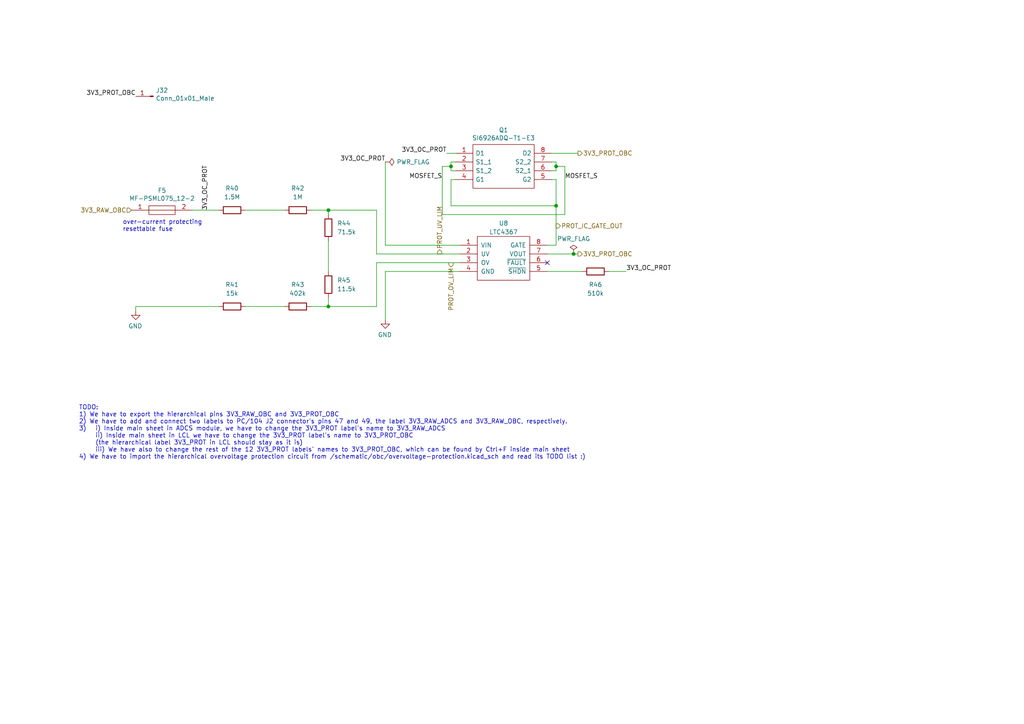
<source format=kicad_sch>
(kicad_sch (version 20230121) (generator eeschema)
  (paper "A4")
  (title_block (title "OBC overvoltage/undervoltage/reverse polarity protection") (date "2021-01-10") (rev "2.1") (company "SpaceDot") (comment 1 "Engineering Model") (comment 2 "FFF REPRESENTATIVE"))
  (lib_symbols
    (symbol "Connector:Conn_01x01_Male" (pin_names (offset 1.016) hide)
      (property "Reference" "J" (at 0 2.54 0))
      (property "Value" "Conn_01x01_Male" (at 0 -2.54 0))
      (symbol "Conn_01x01_Male_1_1"
        (polyline (pts (xy 1.27 0) (xy 0.8636 0)) (stroke (width 0.1524)))
        (rectangle (start 0.8636 0.127) (end 0 -0.127) (stroke (width 0.1524)) (fill (type outline)))
        (pin passive line (at 5.08 0 180) (length 3.81) (name "Pin_1") (number "1"))
      )
    )
    (symbol "Device:R" (pin_numbers hide) (pin_names (offset 0))
      (property "Reference" "R" (at 2.032 0 90))
      (property "Value" "R" (at 0 0 90))
      (symbol "R_0_1"
        (rectangle (start -1.016 -2.54) (end 1.016 2.54) (stroke (width 0.254)))
      )
      (symbol "R_1_1"
        (pin passive line (at 0 3.81 270) (length 1.27) (name "~") (number "1"))
        (pin passive line (at 0 -3.81 90) (length 1.27) (name "~") (number "2"))
      )
    )
    (symbol "MISC:LTC4367" (pin_names (offset 1.016))
      (property "Reference" "U" (at 12.7 6.35 0))
      (property "Value" "LTC4367" (at 12.7 3.81 0))
      (symbol "LTC4367_0_1"
        (rectangle (start 5.08 2.54) (end 20.32 -10.16))
      )
      (symbol "LTC4367_1_1"
        (pin power_in line (at 0 0 0) (length 5.08) (name "VIN") (number "1"))
        (pin input line (at 0 -2.54 0) (length 5.08) (name "UV") (number "2"))
        (pin input line (at 0 -5.08 0) (length 5.08) (name "OV") (number "3"))
        (pin power_in line (at 0 -7.62 0) (length 5.08) (name "GND") (number "4"))
        (pin input line (at 25.4 -7.62 180) (length 5.08) (name "~{SHDN}") (number "5"))
        (pin output line (at 25.4 -5.08 180) (length 5.08) (name "~{FAULT}") (number "6"))
        (pin input line (at 25.4 -2.54 180) (length 5.08) (name "VOUT") (number "7"))
        (pin power_out line (at 25.4 0 180) (length 5.08) (name "GATE") (number "8"))
      )
    )
    (symbol "OBC_IC:MF-PSML075_12-2" (pin_names (offset 0.762))
      (property "Reference" "F" (at 13.97 6.35 0))
      (property "Value" "MF-PSML075_12-2" (at 13.97 3.81 0))
      (symbol "MF-PSML075_12-2_0_0"
        (pin passive line (at 0 0 0) (length 5.08) (name "~") (number "1"))
        (pin passive line (at 17.78 0 180) (length 5.08) (name "~") (number "2"))
      )
      (symbol "MF-PSML075_12-2_0_1"
        (polyline (pts (xy 5.08 0) (xy 12.7 0)) (stroke (width 0.1524)))
        (polyline (pts (xy 5.08 1.27) (xy 12.7 1.27) (xy 12.7 -1.27) (xy 5.08 -1.27) (xy 5.08 1.27)) (stroke (width 0.1524)))
      )
    )
    (symbol "OBC_IC:SI6926ADQ-T1-E3" (pin_names (offset 0.762))
      (property "Reference" "Q" (at 24.13 7.62 0))
      (property "Value" "SI6926ADQ-T1-E3" (at 24.13 5.08 0))
      (symbol "SI6926ADQ-T1-E3_0_0"
        (pin passive line (at 0 0 0) (length 5.08) (name "D1") (number "1"))
        (pin passive line (at 0 -2.54 0) (length 5.08) (name "S1_1") (number "2"))
        (pin passive line (at 0 -5.08 0) (length 5.08) (name "S1_2") (number "3"))
        (pin passive line (at 0 -7.62 0) (length 5.08) (name "G1") (number "4"))
        (pin passive line (at 27.94 -7.62 180) (length 5.08) (name "G2") (number "5"))
        (pin passive line (at 27.94 -5.08 180) (length 5.08) (name "S2_1") (number "6"))
        (pin passive line (at 27.94 -2.54 180) (length 5.08) (name "S2_2") (number "7"))
        (pin passive line (at 27.94 0 180) (length 5.08) (name "D2") (number "8"))
      )
      (symbol "SI6926ADQ-T1-E3_0_1"
        (polyline (pts (xy 5.08 2.54) (xy 22.86 2.54) (xy 22.86 -10.16) (xy 5.08 -10.16) (xy 5.08 2.54)) (stroke (width 0.1524)))
      )
    )
    (symbol "power:GND" (power) (pin_names (offset 0))
      (property "Value" "GND" (at 0 -3.81 0))
      (symbol "GND_0_1"
        (polyline (pts (xy 0 0) (xy 0 -1.27) (xy 1.27 -1.27) (xy 0 -2.54) (xy -1.27 -1.27) (xy 0 -1.27)))
      )
      (symbol "GND_1_1"
        (pin power_in line (at 0 0 270) (length 0) hide (name "GND") (number "1"))
      )
    )
    (symbol "power:PWR_FLAG" (power) (pin_numbers hide) (pin_names (offset 0) hide)
      (property "Value" "PWR_FLAG" (at 0 3.81 0))
      (symbol "PWR_FLAG_0_0"
        (pin power_out line (at 0 0 90) (length 0) (name "pwr") (number "1"))
      )
      (symbol "PWR_FLAG_0_1"
        (polyline (pts (xy 0 0) (xy 0 1.27) (xy -1.016 1.905) (xy 0 2.54) (xy 1.016 1.905) (xy 0 1.27)))
      )
    )
  )
  (junction (at 166.37 73.66))
  (junction (at 95.25 88.9))
  (junction (at 161.29 48.26))
  (junction (at 161.29 59.69))
  (junction (at 130.81 48.26))
  (junction (at 95.25 60.96))
  (no_connect (at 158.75 76.2))
  (wire (pts (xy 71.12 60.96) (xy 82.55 60.96)))
  (wire (pts (xy 130.81 49.53) (xy 132.08 49.53)))
  (wire (pts (xy 158.75 78.74) (xy 168.91 78.74)))
  (wire (pts (xy 160.02 44.45) (xy 167.64 44.45)))
  (wire (pts (xy 130.81 46.99) (xy 130.81 48.26)))
  (wire (pts (xy 132.08 46.99) (xy 130.81 46.99)))
  (wire (pts (xy 158.75 73.66) (xy 166.37 73.66)))
  (wire (pts (xy 95.25 69.85) (xy 95.25 78.74)))
  (wire (pts (xy 55.88 60.96) (xy 63.5 60.96)))
  (wire (pts (xy 130.81 59.69) (xy 161.29 59.69)))
  (wire (pts (xy 109.22 76.2) (xy 133.35 76.2)))
  (wire (pts (xy 160.02 46.99) (xy 161.29 46.99)))
  (wire (pts (xy 128.27 48.26) (xy 128.27 62.23)))
  (wire (pts (xy 128.27 62.23) (xy 163.83 62.23)))
  (wire (pts (xy 71.12 88.9) (xy 82.55 88.9)))
  (wire (pts (xy 132.08 52.07) (xy 130.81 52.07)))
  (wire (pts (xy 166.37 73.66) (xy 167.64 73.66)))
  (wire (pts (xy 111.76 78.74) (xy 111.76 92.71)))
  (wire (pts (xy 163.83 48.26) (xy 161.29 48.26)))
  (wire (pts (xy 90.17 60.96) (xy 95.25 60.96)))
  (wire (pts (xy 132.08 44.45) (xy 129.54 44.45)))
  (wire (pts (xy 176.53 78.74) (xy 181.61 78.74)))
  (wire (pts (xy 130.81 52.07) (xy 130.81 59.69)))
  (wire (pts (xy 95.25 60.96) (xy 109.22 60.96)))
  (wire (pts (xy 95.25 88.9) (xy 109.22 88.9)))
  (wire (pts (xy 95.25 60.96) (xy 95.25 62.23)))
  (wire (pts (xy 130.81 48.26) (xy 130.81 49.53)))
  (wire (pts (xy 109.22 88.9) (xy 109.22 76.2)))
  (wire (pts (xy 158.75 71.12) (xy 161.29 71.12)))
  (wire (pts (xy 163.83 62.23) (xy 163.83 48.26)))
  (wire (pts (xy 161.29 59.69) (xy 161.29 71.12)))
  (wire (pts (xy 161.29 49.53) (xy 160.02 49.53)))
  (wire (pts (xy 161.29 52.07) (xy 161.29 59.69)))
  (wire (pts (xy 130.81 48.26) (xy 128.27 48.26)))
  (wire (pts (xy 161.29 52.07) (xy 160.02 52.07)))
  (wire (pts (xy 39.37 88.9) (xy 39.37 90.17)))
  (wire (pts (xy 111.76 71.12) (xy 133.35 71.12)))
  (wire (pts (xy 39.37 88.9) (xy 63.5 88.9)))
  (wire (pts (xy 161.29 48.26) (xy 161.29 49.53)))
  (wire (pts (xy 161.29 46.99) (xy 161.29 48.26)))
  (wire (pts (xy 109.22 73.66) (xy 133.35 73.66)))
  (wire (pts (xy 95.25 86.36) (xy 95.25 88.9)))
  (wire (pts (xy 111.76 46.99) (xy 111.76 71.12)))
  (wire (pts (xy 90.17 88.9) (xy 95.25 88.9)))
  (wire (pts (xy 111.76 78.74) (xy 133.35 78.74)))
  (wire (pts (xy 109.22 60.96) (xy 109.22 73.66)))
  (text "TODO:\n1) We have to export the hierarchical pins 3V3_RAW_OBC and 3V3_PROT_OBC\n2) We have to add and connect two labels to PC/104 J2 connector's pins 47 and 49, the label 3V3_RAW_ADCS and 3V3_RAW_OBC, respectively.\n3)	i) Inside main sheet in ADCS module, we have to change the 3V3_PROT label's name to 3V3_RAW_ADCS\n	ii) Inside main sheet in LCL we have to change the 3V3_PROT label's name to 3V3_PROT_OBC\n	(the hierarchical label 3V3_PROT in LCL should stay as it is)\n	iii) We have also to change the rest of the 12 3V3_PROT labels' names to 3V3_PROT_OBC, which can be found by Ctrl+F inside main sheet\n4) We have to import the hierarchical overvoltage protection circuit from /schematic/obc/overvoltage-protection.kicad_sch and read its TODO list :)" (at 22.86 133.35 0) (effects (font (size 1.27 1.27)) (justify left bottom)))
  (text "over-current protecting\nresettable fuse" (at 35.56 67.31 0) (effects (font (size 1.27 1.27)) (justify left bottom)))
  (label "3V3_OC_PROT" (at 111.76 46.99 180))
  (label "MOSFET_S" (at 163.83 52.07 0))
  (label "3V3_OC_PROT" (at 129.54 44.45 180))
  (label "3V3_OC_PROT" (at 181.61 78.74 0))
  (label "MOSFET_S" (at 128.27 52.07 180))
  (label "3V3_PROT_OBC" (at 39.37 27.94 180))
  (label "3V3_OC_PROT" (at 60.452 60.96 90))
  (hierarchical_label "PROT_OV_LIM" (shape output) (at 130.81 76.2 270))
  (hierarchical_label "PROT_IC_GATE_OUT" (shape output) (at 161.29 65.532 0))
  (hierarchical_label "PROT_UV_LIM" (shape output) (at 127.508 73.66 90))
  (hierarchical_label "3V3_PROT_OBC" (shape output) (at 167.64 44.45 0))
  (hierarchical_label "3V3_PROT_OBC" (shape output) (at 167.64 73.66 0))
  (hierarchical_label "3V3_RAW_OBC" (shape input) (at 38.1 60.96 180))
  (symbol (lib_id "OBC_IC:MF-PSML075_12-2") (at 38.1 60.96 0) (unit 1)
    (property "Reference" "F5" (at 46.99 55.245 0))
    (property "Value" "MF-PSML075_12-2" (at 46.99 57.5564 0))
    (property "Footprint" "OBC_IC:MFPSML075122" (effects hide))
    (property "Datasheet" "https://componentsearchengine.com/Datasheets/1/MF-PSML075_12-2.pdf" (effects hide))
    (property "Description" "Resettable Fuses - PPTC 12V  .75A-HD  50A" (effects hide))
    (property "Height" "0.7" (effects hide))
    (property "Mouser Part Number" "652-MF-PSML075/12-2" (effects hide))
    (property "Mouser Price/Stock" "https://www.mouser.co.uk/ProductDetail/Bourns/MF-PSML075-12-2?qs=T3oQrply3y8tiS9BILrBxw%3D%3D" (effects hide))
    (property "Manufacturer_Name" "Bourns" (effects hide))
    (property "Manufacturer_Part_Number" "MF-PSML075/12-2" (effects hide))
  )
  (symbol (lib_id "power:GND") (at 39.37 90.17 0) (mirror y) (unit 1)
    (property "Reference" "#PWR0138" (effects hide))
    (property "Value" "GND" (at 39.243 94.5642 0))
  )
  (symbol (lib_id "MISC:LTC4367") (at 133.35 71.12 0) (unit 1)
    (property "Reference" "U8" (at 146.05 64.77 0))
    (property "Value" "LTC4367" (at 146.05 67.31 0))
    (property "Footprint" "MISC:LTC4367" (effects hide))
    (property "Description" "100V Overvoltage,  Undervoltage and Reverse  Supply Protection Controller" (effects hide))
  )
  (symbol (lib_id "power:GND") (at 111.76 92.71 0) (mirror y) (unit 1)
    (property "Reference" "#PWR0141" (effects hide))
    (property "Value" "GND" (at 111.633 97.1042 0))
  )
  (symbol (lib_id "OBC_IC:SI6926ADQ-T1-E3") (at 132.08 44.45 0) (unit 1)
    (property "Reference" "Q1" (at 146.05 37.719 0))
    (property "Value" "SI6926ADQ-T1-E3" (at 146.05 40.0304 0))
    (property "Footprint" "OBC_IC:SI6926ADQ-T1-E3" (effects hide))
    (property "Datasheet" "https://componentsearchengine.com/Datasheets/1/SI6926ADQ-T1-E3.pdf" (effects hide))
    (property "Description" "MOSFET 20V Vds 8V Vgs TSSOP-8" (effects hide))
    (property "Height" "1.2" (effects hide))
    (property "Mouser Part Number" "781-SI6926ADQ-T1-E3" (effects hide))
    (property "Mouser Price/Stock" "https://www.mouser.com/Search/Refine.aspx?Keyword=781-SI6926ADQ-T1-E3" (effects hide))
    (property "Manufacturer_Name" "Vishay" (effects hide))
    (property "Manufacturer_Part_Number" "SI6926ADQ-T1-E3" (effects hide))
  )
  (symbol (lib_id "power:PWR_FLAG") (at 111.76 46.99 270) (unit 1)
    (property "Reference" "#FLG0102" (effects hide))
    (property "Value" "PWR_FLAG" (at 115.0112 46.99 90) (effects (justify left)))
  )
  (symbol (lib_id "power:PWR_FLAG") (at 166.37 73.66 0) (unit 1)
    (property "Reference" "#FLG0101" (effects hide))
    (property "Value" "PWR_FLAG" (at 166.37 69.2658 0))
  )
  (symbol (lib_id "Device:R") (at 67.31 88.9 90) (unit 1)
    (property "Reference" "R41" (at 67.31 82.55 90))
    (property "Value" "15k" (at 67.31 85.09 90))
    (property "Footprint" "Resistor_SMD:R_0603_1608Metric" (effects hide))
  )
  (symbol (lib_id "Device:R") (at 172.72 78.74 90) (unit 1)
    (property "Reference" "R46" (at 172.72 82.55 90))
    (property "Value" "510k" (at 172.72 85.09 90))
    (property "Footprint" "Resistor_SMD:R_0603_1608Metric" (effects hide))
  )
  (symbol (lib_id "Connector:Conn_01x01_Male") (at 44.45 27.94 180) (unit 1)
    (property "Reference" "J32" (at 45.1612 26.2128 0) (effects (justify right)))
    (property "Value" "Conn_01x01_Male" (at 45.1612 28.5242 0) (effects (justify right)))
    (property "Footprint" "Connector_PinHeader_1.00mm:PinHeader_1x01_P1.00mm_Vertical" (effects hide))
  )
  (symbol (lib_id "Device:R") (at 86.36 88.9 90) (unit 1)
    (property "Reference" "R43" (at 86.36 82.55 90))
    (property "Value" "402k" (at 86.36 85.09 90))
    (property "Footprint" "Resistor_SMD:R_0603_1608Metric" (effects hide))
  )
  (symbol (lib_id "Device:R") (at 95.25 82.55 180) (unit 1)
    (property "Reference" "R45" (at 97.79 81.2799 0) (effects (justify right)))
    (property "Value" "11.5k" (at 97.79 83.8199 0) (effects (justify right)))
    (property "Footprint" "Resistor_SMD:R_0603_1608Metric" (effects hide))
  )
  (symbol (lib_id "Device:R") (at 95.25 66.04 0) (unit 1)
    (property "Reference" "R44" (at 97.79 64.7699 0) (effects (justify left)))
    (property "Value" "71.5k" (at 97.79 67.3099 0) (effects (justify left)))
    (property "Footprint" "Resistor_SMD:R_0603_1608Metric" (effects hide))
  )
  (symbol (lib_id "Device:R") (at 67.31 60.96 90) (unit 1)
    (property "Reference" "R40" (at 67.31 54.61 90))
    (property "Value" "1.5M" (at 67.31 57.15 90))
    (property "Footprint" "Resistor_SMD:R_0603_1608Metric" (effects hide))
  )
  (symbol (lib_id "Device:R") (at 86.36 60.96 90) (unit 1)
    (property "Reference" "R42" (at 86.36 54.61 90))
    (property "Value" "1M" (at 86.36 57.15 90))
    (property "Footprint" "Resistor_SMD:R_0603_1608Metric" (effects hide))
  )
)
</source>
